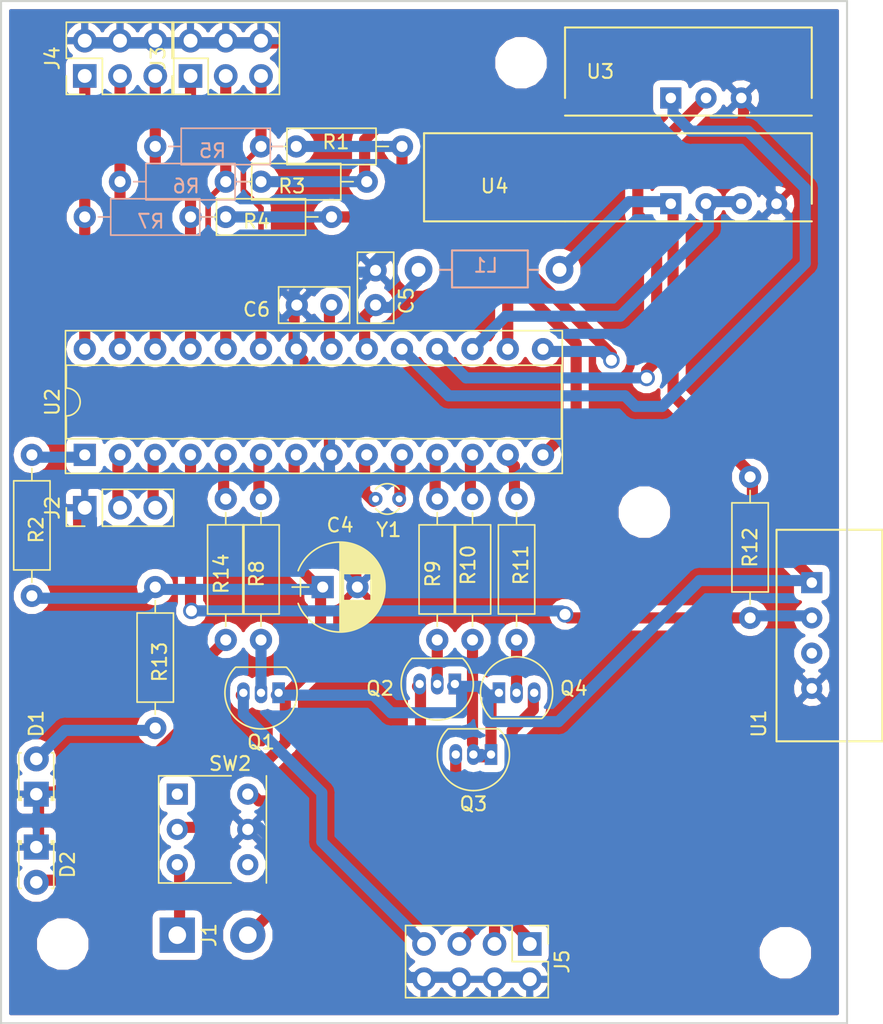
<source format=kicad_pcb>
(kicad_pcb (version 20171130) (host pcbnew 5.0.0-rc3-unknown-101b68b~65~ubuntu16.04.1)
  (layers (0 F.Cu signal) (31 B.Cu signal) (34 B.Paste user hide) (35 F.Paste user hide) (36 B.SilkS user) (37 F.SilkS user) (38 B.Mask user) (39 F.Mask user) (44 Edge.Cuts user))
  (net 0 "")
  (net 1 +5V)
  (net 2 GND)
  (net 3 "Net-(C5-Pad1)")
  (net 4 "Net-(C6-Pad1)")
  (net 5 "Net-(D1-Pad2)")
  (net 6 "Net-(D2-Pad2)")
  (net 7 "Net-(J1-Pad1)")
  (net 8 "Net-(J1-Pad2)")
  (net 9 /RX)
  (net 10 /TX)
  (net 11 /M1_1)
  (net 12 /M1_2)
  (net 13 /M1_3)
  (net 14 /M2_1)
  (net 15 /M2_2)
  (net 16 /M2_3)
  (net 17 "Net-(J5-Pad1)")
  (net 18 "Net-(J5-Pad3)")
  (net 19 "Net-(J5-Pad5)")
  (net 20 "Net-(J5-Pad7)")
  (net 21 "Net-(Q1-Pad2)")
  (net 22 "Net-(Q2-Pad2)")
  (net 23 "Net-(Q3-Pad2)")
  (net 24 "Net-(Q4-Pad2)")
  (net 25 /M1EN)
  (net 26 "Net-(R2-Pad2)")
  (net 27 /M2EN)
  (net 28 /M3EN)
  (net 29 /D1)
  (net 30 /D2)
  (net 31 /D3)
  (net 32 /D4)
  (net 33 /DHT)
  (net 34 /STATUS)
  (net 35 "Net-(SW2-Pad1)")
  (net 36 "Net-(SW2-Pad4)")
  (net 37 "Net-(U1-Pad3)")
  (net 38 /R_RX)
  (net 39 /R_TX)
  (net 40 /R_TX_EN)
  (net 41 "Net-(U2-Pad9)")
  (net 42 "Net-(U2-Pad10)")
  (module custom:DHT22 (layer F.Cu) (at 174.46 104.29 270)
    (fp_text reference U1 (at 10.16 3.81 270) (layer F.SilkS))
    (fp_text value DHT22)
    (pad 1 thru_hole rect (at 0 0 270) (size 1.524 1.524) (drill 0.762) (layers *.Cu *.Mask) (net 1 +5V))
    (pad 2 thru_hole circle (at 2.54 0 270) (size 1.524 1.524) (drill 0.762) (layers *.Cu *.Mask) (net 33 /DHT))
    (pad 3 thru_hole circle (at 5.08 0 270) (size 1.524 1.524) (drill 0.762) (layers *.Cu *.Mask) (net 37 "Net-(U1-Pad3)"))
    (pad 4 thru_hole circle (at 7.62 0 270) (size 1.524 1.524) (drill 0.762) (layers *.Cu *.Mask) (net 2 GND))
  )
  (module Resistors_THT:R_Axial_DIN0207_L6.3mm_D2.5mm_P10.16mm_Horizontal (layer F.Cu) (at 170.015 96.67 270)
    (fp_text reference R12 (at 5.08 0 270) (layer F.SilkS))
    (fp_text value 5,1k)
    (pad 1 thru_hole circle (at 0 0 270) (size 1.6 1.6) (drill 0.8) (layers *.Cu *.Mask) (net 1 +5V))
    (pad 2 thru_hole oval (at 10.16 0 270) (size 1.6 1.6) (drill 0.8) (layers *.Cu *.Mask) (net 33 /DHT))
  )
  (module TO_SOT_Packages_THT:TO-92_Inline_Narrow_Oval (layer F.Cu) (at 151.9175 112.2275)
    (fp_text reference Q4 (at 5.3975 -0.3175) (layer F.SilkS))
    (fp_text value BC547B)
    (pad 2 thru_hole oval (at 1.27 0 180) (size 0.9 1.5) (drill 0.6) (layers *.Cu *.Mask) (net 24 "Net-(Q4-Pad2)"))
    (pad 3 thru_hole oval (at 2.54 0 180) (size 0.9 1.5) (drill 0.6) (layers *.Cu *.Mask) (net 17 "Net-(J5-Pad1)"))
    (pad 1 thru_hole rect (at 0 0 180) (size 0.9 1.5) (drill 0.6) (layers *.Cu *.Mask) (net 1 +5V))
  )
  (module Mounting_Holes:MountingHole_2.7mm (layer F.Cu) (at 120.485 130.325)
    (fp_text reference REF** hide)
    (fp_text value MountingHole_3.5mm hide)
    (pad 1 np_thru_hole circle (at 0 0) (size 2.7 2.7) (drill 2.7) (layers *.Cu *.Mask))
  )
  (module Mounting_Holes:MountingHole_2.7mm (layer F.Cu) (at 162.395 99.21)
    (fp_text reference REF** hide)
    (fp_text value MountingHole_3.5mm hide)
    (pad 1 np_thru_hole circle (at 0 0) (size 2.7 2.7) (drill 2.7) (layers *.Cu *.Mask))
  )
  (module Mounting_Holes:MountingHole_2.7mm (layer F.Cu) (at 172.555 130.96)
    (fp_text reference REF** hide)
    (fp_text value MountingHole_3.5mm hide)
    (pad 1 np_thru_hole circle (at 0 0) (size 2.7 2.7) (drill 2.7) (layers *.Cu *.Mask))
  )
  (module Mounting_Holes:MountingHole_2.7mm (layer F.Cu) (at 153.505 66.825)
    (fp_text reference REF** hide)
    (fp_text value MountingHole_3.5mm hide)
    (pad 1 np_thru_hole circle (at 0 0) (size 2.7 2.7) (drill 2.7) (layers *.Cu *.Mask))
  )
  (module Capacitors_THT:CP_Radial_D6.3mm_P2.50mm (layer F.Cu) (at 139.2175 104.6075)
    (fp_text reference C4 (at 1.25 -4.46) (layer F.SilkS))
    (fp_text value 100uF)
    (pad 1 thru_hole rect (at 0 0) (size 1.6 1.6) (drill 0.8) (layers *.Cu *.Mask) (net 1 +5V))
    (pad 2 thru_hole circle (at 2.5 0) (size 1.6 1.6) (drill 0.8) (layers *.Cu *.Mask) (net 2 GND))
  )
  (module Capacitors_THT:C_Disc_D5.0mm_W2.5mm_P2.50mm (layer F.Cu) (at 143.0275 84.2875 90)
    (fp_text reference C5 (at 0.3175 2.2225 90) (layer F.SilkS))
    (fp_text value 100nF)
    (pad 1 thru_hole circle (at 0 0 90) (size 1.6 1.6) (drill 0.8) (layers *.Cu *.Mask) (net 3 "Net-(C5-Pad1)"))
    (pad 2 thru_hole circle (at 2.5 0 90) (size 1.6 1.6) (drill 0.8) (layers *.Cu *.Mask) (net 2 GND))
  )
  (module Capacitors_THT:C_Disc_D5.0mm_W2.5mm_P2.50mm (layer F.Cu) (at 139.8525 84.2875 180)
    (fp_text reference C6 (at 5.3975 -0.3175 180) (layer F.SilkS))
    (fp_text value 100nF)
    (pad 1 thru_hole circle (at 0 0 180) (size 1.6 1.6) (drill 0.8) (layers *.Cu *.Mask) (net 4 "Net-(C6-Pad1)"))
    (pad 2 thru_hole circle (at 2.5 0 180) (size 1.6 1.6) (drill 0.8) (layers *.Cu *.Mask) (net 2 GND))
  )
  (module LEDs:LED_D1.8mm_W3.3mm_H2.4mm (layer F.Cu) (at 118.58 119.53 90)
    (fp_text reference D1 (at 5.08 0 90) (layer F.SilkS))
    (fp_text value LED)
    (pad 1 thru_hole rect (at 0 0 90) (size 1.8 1.8) (drill 0.9) (layers *.Cu *.Mask) (net 2 GND))
    (pad 2 thru_hole circle (at 2.54 0 90) (size 1.8 1.8) (drill 0.9) (layers *.Cu *.Mask) (net 5 "Net-(D1-Pad2)"))
  )
  (module LEDs:LED_D1.8mm_W3.3mm_H2.4mm (layer F.Cu) (at 118.58 123.34 270)
    (fp_text reference D2 (at 1.27 -2.26 270) (layer F.SilkS))
    (fp_text value LED)
    (pad 1 thru_hole rect (at 0 0 270) (size 1.8 1.8) (drill 0.9) (layers *.Cu *.Mask) (net 2 GND))
    (pad 2 thru_hole circle (at 2.54 0 270) (size 1.8 1.8) (drill 0.9) (layers *.Cu *.Mask) (net 6 "Net-(D2-Pad2)"))
  )
  (module Pin_Headers:Pin_Header_Straight_2x03_Pitch2.54mm (layer F.Cu) (at 129.6925 67.7775 90)
    (fp_text reference J3 (at 1.27 -2.33 90) (layer F.SilkS))
    (fp_text value CONN_02X03)
    (pad 1 thru_hole rect (at 0 0 90) (size 1.7 1.7) (drill 1) (layers *.Cu *.Mask) (net 13 /M1_3))
    (pad 2 thru_hole oval (at 2.54 0 90) (size 1.7 1.7) (drill 1) (layers *.Cu *.Mask) (net 2 GND))
    (pad 3 thru_hole oval (at 0 2.54 90) (size 1.7 1.7) (drill 1) (layers *.Cu *.Mask) (net 12 /M1_2))
    (pad 4 thru_hole oval (at 2.54 2.54 90) (size 1.7 1.7) (drill 1) (layers *.Cu *.Mask) (net 2 GND))
    (pad 5 thru_hole oval (at 0 5.08 90) (size 1.7 1.7) (drill 1) (layers *.Cu *.Mask) (net 11 /M1_1))
    (pad 6 thru_hole oval (at 2.54 5.08 90) (size 1.7 1.7) (drill 1) (layers *.Cu *.Mask) (net 2 GND))
  )
  (module Pin_Headers:Pin_Header_Straight_2x03_Pitch2.54mm (layer F.Cu) (at 122.0725 67.7775 90)
    (fp_text reference J4 (at 1.27 -2.33 90) (layer F.SilkS))
    (fp_text value CONN_02X03)
    (pad 1 thru_hole rect (at 0 0 90) (size 1.7 1.7) (drill 1) (layers *.Cu *.Mask) (net 16 /M2_3))
    (pad 2 thru_hole oval (at 2.54 0 90) (size 1.7 1.7) (drill 1) (layers *.Cu *.Mask) (net 2 GND))
    (pad 3 thru_hole oval (at 0 2.54 90) (size 1.7 1.7) (drill 1) (layers *.Cu *.Mask) (net 15 /M2_2))
    (pad 4 thru_hole oval (at 2.54 2.54 90) (size 1.7 1.7) (drill 1) (layers *.Cu *.Mask) (net 2 GND))
    (pad 5 thru_hole oval (at 0 5.08 90) (size 1.7 1.7) (drill 1) (layers *.Cu *.Mask) (net 14 /M2_1))
    (pad 6 thru_hole oval (at 2.54 5.08 90) (size 1.7 1.7) (drill 1) (layers *.Cu *.Mask) (net 2 GND))
  )
  (module Choke_Axial_ThroughHole:Choke_Horizontal_RM10mm (layer B.Cu) (at 151.2825 81.7475 180)
    (fp_text reference L1 (at 0.3175 0.3175 180) (layer B.SilkS) (effects (justify mirror)))
    (fp_text value 10uH)
    (pad 1 thru_hole circle (at -5.00126 0 180) (size 1.99898 1.99898) (drill 1.00076) (layers *.Cu *.Mask) (net 1 +5V))
    (pad 2 thru_hole circle (at 5.15874 0 180) (size 1.99898 1.99898) (drill 1.00076) (layers *.Cu *.Mask) (net 3 "Net-(C5-Pad1)"))
  )
  (module TO_SOT_Packages_THT:TO-92_Inline_Narrow_Oval (layer F.Cu) (at 136.0425 112.2275 180)
    (fp_text reference Q1 (at 1.27 -3.56 180) (layer F.SilkS))
    (fp_text value BC547B)
    (pad 2 thru_hole oval (at 1.27 0) (size 0.9 1.5) (drill 0.6) (layers *.Cu *.Mask) (net 21 "Net-(Q1-Pad2)"))
    (pad 3 thru_hole oval (at 2.54 0) (size 0.9 1.5) (drill 0.6) (layers *.Cu *.Mask) (net 20 "Net-(J5-Pad7)"))
    (pad 1 thru_hole rect (at 0 0) (size 0.9 1.5) (drill 0.6) (layers *.Cu *.Mask) (net 1 +5V))
  )
  (module TO_SOT_Packages_THT:TO-92_Inline_Narrow_Oval (layer F.Cu) (at 148.7425 111.5925 180)
    (fp_text reference Q2 (at 5.3975 -0.3175 180) (layer F.SilkS))
    (fp_text value BC547B)
    (pad 2 thru_hole oval (at 1.27 0) (size 0.9 1.5) (drill 0.6) (layers *.Cu *.Mask) (net 22 "Net-(Q2-Pad2)"))
    (pad 3 thru_hole oval (at 2.54 0) (size 0.9 1.5) (drill 0.6) (layers *.Cu *.Mask) (net 19 "Net-(J5-Pad5)"))
    (pad 1 thru_hole rect (at 0 0) (size 0.9 1.5) (drill 0.6) (layers *.Cu *.Mask) (net 1 +5V))
  )
  (module TO_SOT_Packages_THT:TO-92_Inline_Narrow_Oval (layer F.Cu) (at 151.346 116.6725 180)
    (fp_text reference Q3 (at 1.27 -3.56 180) (layer F.SilkS))
    (fp_text value BC547B)
    (pad 2 thru_hole oval (at 1.27 0) (size 0.9 1.5) (drill 0.6) (layers *.Cu *.Mask) (net 23 "Net-(Q3-Pad2)"))
    (pad 3 thru_hole oval (at 2.54 0) (size 0.9 1.5) (drill 0.6) (layers *.Cu *.Mask) (net 18 "Net-(J5-Pad3)"))
    (pad 1 thru_hole rect (at 0 0) (size 0.9 1.5) (drill 0.6) (layers *.Cu *.Mask) (net 1 +5V))
  )
  (module Resistors_THT:R_Axial_DIN0207_L6.3mm_D2.5mm_P10.16mm_Horizontal (layer F.Cu) (at 134.7725 72.8575)
    (fp_text reference R1 (at 5.3975 -0.3175) (layer F.SilkS))
    (fp_text value 10k)
    (pad 1 thru_hole circle (at 0 0) (size 1.6 1.6) (drill 0.8) (layers *.Cu *.Mask) (net 11 /M1_1))
    (pad 2 thru_hole oval (at 10.16 0) (size 1.6 1.6) (drill 0.8) (layers *.Cu *.Mask) (net 25 /M1EN))
  )
  (module Resistors_THT:R_Axial_DIN0207_L6.3mm_D2.5mm_P10.16mm_Horizontal (layer F.Cu) (at 118.2625 105.2425 90)
    (fp_text reference R2 (at 4.7625 0.3175 90) (layer F.SilkS))
    (fp_text value 10k)
    (pad 1 thru_hole circle (at 0 0 90) (size 1.6 1.6) (drill 0.8) (layers *.Cu *.Mask) (net 1 +5V))
    (pad 2 thru_hole oval (at 10.16 0 90) (size 1.6 1.6) (drill 0.8) (layers *.Cu *.Mask) (net 26 "Net-(R2-Pad2)"))
  )
  (module Resistors_THT:R_Axial_DIN0207_L6.3mm_D2.5mm_P10.16mm_Horizontal (layer F.Cu) (at 132.2325 75.3975)
    (fp_text reference R3 (at 4.7625 0.3175) (layer F.SilkS))
    (fp_text value 10k)
    (pad 1 thru_hole circle (at 0 0) (size 1.6 1.6) (drill 0.8) (layers *.Cu *.Mask) (net 12 /M1_2))
    (pad 2 thru_hole oval (at 10.16 0) (size 1.6 1.6) (drill 0.8) (layers *.Cu *.Mask) (net 27 /M2EN))
  )
  (module Resistors_THT:R_Axial_DIN0207_L6.3mm_D2.5mm_P10.16mm_Horizontal (layer F.Cu) (at 129.6925 77.9375)
    (fp_text reference R4 (at 4.7625 0.3175) (layer F.SilkS))
    (fp_text value 10k)
    (pad 1 thru_hole circle (at 0 0) (size 1.6 1.6) (drill 0.8) (layers *.Cu *.Mask) (net 13 /M1_3))
    (pad 2 thru_hole oval (at 10.16 0) (size 1.6 1.6) (drill 0.8) (layers *.Cu *.Mask) (net 28 /M3EN))
  )
  (module Resistors_THT:R_Axial_DIN0207_L6.3mm_D2.5mm_P10.16mm_Horizontal (layer B.Cu) (at 127.1525 72.8575)
    (fp_text reference R5 (at 4.1275 0.3175) (layer B.SilkS) (effects (justify mirror)))
    (fp_text value 10k)
    (pad 1 thru_hole circle (at 0 0) (size 1.6 1.6) (drill 0.8) (layers *.Cu *.Mask) (net 14 /M2_1))
    (pad 2 thru_hole oval (at 10.16 0) (size 1.6 1.6) (drill 0.8) (layers *.Cu *.Mask) (net 25 /M1EN))
  )
  (module Resistors_THT:R_Axial_DIN0207_L6.3mm_D2.5mm_P10.16mm_Horizontal (layer B.Cu) (at 124.6125 75.3975)
    (fp_text reference R6 (at 4.7625 0.3175) (layer B.SilkS) (effects (justify mirror)))
    (fp_text value 10k)
    (pad 1 thru_hole circle (at 0 0) (size 1.6 1.6) (drill 0.8) (layers *.Cu *.Mask) (net 15 /M2_2))
    (pad 2 thru_hole oval (at 10.16 0) (size 1.6 1.6) (drill 0.8) (layers *.Cu *.Mask) (net 27 /M2EN))
  )
  (module Resistors_THT:R_Axial_DIN0207_L6.3mm_D2.5mm_P10.16mm_Horizontal (layer B.Cu) (at 122.0725 77.9375)
    (fp_text reference R7 (at 4.7625 0.3175) (layer B.SilkS) (effects (justify mirror)))
    (fp_text value 10k)
    (pad 1 thru_hole circle (at 0 0) (size 1.6 1.6) (drill 0.8) (layers *.Cu *.Mask) (net 16 /M2_3))
    (pad 2 thru_hole oval (at 10.16 0) (size 1.6 1.6) (drill 0.8) (layers *.Cu *.Mask) (net 28 /M3EN))
  )
  (module Resistors_THT:R_Axial_DIN0207_L6.3mm_D2.5mm_P10.16mm_Horizontal (layer F.Cu) (at 134.7725 108.4175 90)
    (fp_text reference R8 (at 4.7625 -0.3175 90) (layer F.SilkS))
    (fp_text value 1k)
    (pad 1 thru_hole circle (at 0 0 90) (size 1.6 1.6) (drill 0.8) (layers *.Cu *.Mask) (net 21 "Net-(Q1-Pad2)"))
    (pad 2 thru_hole oval (at 10.16 0 90) (size 1.6 1.6) (drill 0.8) (layers *.Cu *.Mask) (net 29 /D1))
  )
  (module Resistors_THT:R_Axial_DIN0207_L6.3mm_D2.5mm_P10.16mm_Horizontal (layer F.Cu) (at 147.4725 108.4175 90)
    (fp_text reference R9 (at 4.7625 -0.3175 90) (layer F.SilkS))
    (fp_text value 1k)
    (pad 1 thru_hole circle (at 0 0 90) (size 1.6 1.6) (drill 0.8) (layers *.Cu *.Mask) (net 22 "Net-(Q2-Pad2)"))
    (pad 2 thru_hole oval (at 10.16 0 90) (size 1.6 1.6) (drill 0.8) (layers *.Cu *.Mask) (net 30 /D2))
  )
  (module Resistors_THT:R_Axial_DIN0207_L6.3mm_D2.5mm_P10.16mm_Horizontal (layer F.Cu) (at 150.0125 108.4175 90)
    (fp_text reference R10 (at 5.3975 -0.3175 90) (layer F.SilkS))
    (fp_text value 1k)
    (pad 1 thru_hole circle (at 0 0 90) (size 1.6 1.6) (drill 0.8) (layers *.Cu *.Mask) (net 23 "Net-(Q3-Pad2)"))
    (pad 2 thru_hole oval (at 10.16 0 90) (size 1.6 1.6) (drill 0.8) (layers *.Cu *.Mask) (net 31 /D3))
  )
  (module Resistors_THT:R_Axial_DIN0207_L6.3mm_D2.5mm_P10.16mm_Horizontal (layer F.Cu) (at 153.1875 108.4175 90)
    (fp_text reference R11 (at 5.3975 0.3175 90) (layer F.SilkS))
    (fp_text value 1k)
    (pad 1 thru_hole circle (at 0 0 90) (size 1.6 1.6) (drill 0.8) (layers *.Cu *.Mask) (net 24 "Net-(Q4-Pad2)"))
    (pad 2 thru_hole oval (at 10.16 0 90) (size 1.6 1.6) (drill 0.8) (layers *.Cu *.Mask) (net 32 /D4))
  )
  (module Resistors_THT:R_Axial_DIN0207_L6.3mm_D2.5mm_P10.16mm_Horizontal (layer F.Cu) (at 127.1525 114.7675 90)
    (fp_text reference R13 (at 4.7625 0.3175 90) (layer F.SilkS))
    (fp_text value 1k)
    (pad 1 thru_hole circle (at 0 0 90) (size 1.6 1.6) (drill 0.8) (layers *.Cu *.Mask) (net 5 "Net-(D1-Pad2)"))
    (pad 2 thru_hole oval (at 10.16 0 90) (size 1.6 1.6) (drill 0.8) (layers *.Cu *.Mask) (net 1 +5V))
  )
  (module Resistors_THT:R_Axial_DIN0207_L6.3mm_D2.5mm_P10.16mm_Horizontal (layer F.Cu) (at 132.2325 108.4175 90)
    (fp_text reference R14 (at 4.7625 -0.3175 90) (layer F.SilkS))
    (fp_text value 1k)
    (pad 1 thru_hole circle (at 0 0 90) (size 1.6 1.6) (drill 0.8) (layers *.Cu *.Mask) (net 6 "Net-(D2-Pad2)"))
    (pad 2 thru_hole oval (at 10.16 0 90) (size 1.6 1.6) (drill 0.8) (layers *.Cu *.Mask) (net 34 /STATUS))
  )
  (module Housings_DIP:DIP-28_W7.62mm_Socket (layer F.Cu) (at 122.0725 95.0825 90)
    (fp_text reference U2 (at 3.81 -2.33 90) (layer F.SilkS))
    (fp_text value ATMEGA88PA-PU)
    (pad 1 thru_hole rect (at 0 0 90) (size 1.6 1.6) (drill 0.8) (layers *.Cu *.Mask) (net 26 "Net-(R2-Pad2)"))
    (pad 15 thru_hole oval (at 7.62 33.02 90) (size 1.6 1.6) (drill 0.8) (layers *.Cu *.Mask) (net 27 /M2EN))
    (pad 2 thru_hole oval (at 0 2.54 90) (size 1.6 1.6) (drill 0.8) (layers *.Cu *.Mask) (net 9 /RX))
    (pad 16 thru_hole oval (at 7.62 30.48 90) (size 1.6 1.6) (drill 0.8) (layers *.Cu *.Mask) (net 28 /M3EN))
    (pad 3 thru_hole oval (at 0 5.08 90) (size 1.6 1.6) (drill 0.8) (layers *.Cu *.Mask) (net 10 /TX))
    (pad 17 thru_hole oval (at 7.62 27.94 90) (size 1.6 1.6) (drill 0.8) (layers *.Cu *.Mask) (net 38 /R_RX))
    (pad 4 thru_hole oval (at 0 7.62 90) (size 1.6 1.6) (drill 0.8) (layers *.Cu *.Mask) (net 33 /DHT))
    (pad 18 thru_hole oval (at 7.62 25.4 90) (size 1.6 1.6) (drill 0.8) (layers *.Cu *.Mask) (net 39 /R_TX))
    (pad 5 thru_hole oval (at 0 10.16 90) (size 1.6 1.6) (drill 0.8) (layers *.Cu *.Mask) (net 34 /STATUS))
    (pad 19 thru_hole oval (at 7.62 22.86 90) (size 1.6 1.6) (drill 0.8) (layers *.Cu *.Mask) (net 40 /R_TX_EN))
    (pad 6 thru_hole oval (at 0 12.7 90) (size 1.6 1.6) (drill 0.8) (layers *.Cu *.Mask) (net 29 /D1))
    (pad 20 thru_hole oval (at 7.62 20.32 90) (size 1.6 1.6) (drill 0.8) (layers *.Cu *.Mask) (net 3 "Net-(C5-Pad1)"))
    (pad 7 thru_hole oval (at 0 15.24 90) (size 1.6 1.6) (drill 0.8) (layers *.Cu *.Mask) (net 1 +5V))
    (pad 21 thru_hole oval (at 7.62 17.78 90) (size 1.6 1.6) (drill 0.8) (layers *.Cu *.Mask) (net 4 "Net-(C6-Pad1)"))
    (pad 8 thru_hole oval (at 0 17.78 90) (size 1.6 1.6) (drill 0.8) (layers *.Cu *.Mask) (net 2 GND))
    (pad 22 thru_hole oval (at 7.62 15.24 90) (size 1.6 1.6) (drill 0.8) (layers *.Cu *.Mask) (net 2 GND))
    (pad 9 thru_hole oval (at 0 20.32 90) (size 1.6 1.6) (drill 0.8) (layers *.Cu *.Mask) (net 41 "Net-(U2-Pad9)"))
    (pad 23 thru_hole oval (at 7.62 12.7 90) (size 1.6 1.6) (drill 0.8) (layers *.Cu *.Mask) (net 11 /M1_1))
    (pad 10 thru_hole oval (at 0 22.86 90) (size 1.6 1.6) (drill 0.8) (layers *.Cu *.Mask) (net 42 "Net-(U2-Pad10)"))
    (pad 24 thru_hole oval (at 7.62 10.16 90) (size 1.6 1.6) (drill 0.8) (layers *.Cu *.Mask) (net 12 /M1_2))
    (pad 11 thru_hole oval (at 0 25.4 90) (size 1.6 1.6) (drill 0.8) (layers *.Cu *.Mask) (net 30 /D2))
    (pad 25 thru_hole oval (at 7.62 7.62 90) (size 1.6 1.6) (drill 0.8) (layers *.Cu *.Mask) (net 13 /M1_3))
    (pad 12 thru_hole oval (at 0 27.94 90) (size 1.6 1.6) (drill 0.8) (layers *.Cu *.Mask) (net 31 /D3))
    (pad 26 thru_hole oval (at 7.62 5.08 90) (size 1.6 1.6) (drill 0.8) (layers *.Cu *.Mask) (net 14 /M2_1))
    (pad 13 thru_hole oval (at 0 30.48 90) (size 1.6 1.6) (drill 0.8) (layers *.Cu *.Mask) (net 32 /D4))
    (pad 27 thru_hole oval (at 7.62 2.54 90) (size 1.6 1.6) (drill 0.8) (layers *.Cu *.Mask) (net 15 /M2_2))
    (pad 14 thru_hole oval (at 0 33.02 90) (size 1.6 1.6) (drill 0.8) (layers *.Cu *.Mask) (net 25 /M1EN))
    (pad 28 thru_hole oval (at 7.62 0 90) (size 1.6 1.6) (drill 0.8) (layers *.Cu *.Mask) (net 16 /M2_3))
  )
  (module custom:Radio-TX (layer F.Cu) (at 164.3 69.365)
    (fp_text reference U3 (at -5.08 -1.905) (layer F.SilkS))
    (fp_text value Radio-TX)
    (pad 1 thru_hole rect (at 0 0) (size 1.524 1.524) (drill 0.762) (layers *.Cu *.Mask) (net 40 /R_TX_EN))
    (pad 2 thru_hole circle (at 2.54 0) (size 1.524 1.524) (drill 0.762) (layers *.Cu *.Mask) (net 39 /R_TX))
    (pad 3 thru_hole circle (at 5.08 0) (size 1.524 1.524) (drill 0.762) (layers *.Cu *.Mask) (net 2 GND))
  )
  (module custom:Radio-RX (layer F.Cu) (at 164.3 76.985)
    (fp_text reference U4 (at -12.7 -1.27) (layer F.SilkS))
    (fp_text value Radio-RX)
    (pad 1 thru_hole rect (at 0 0) (size 1.524 1.524) (drill 0.762) (layers *.Cu *.Mask) (net 1 +5V))
    (pad 2 thru_hole circle (at 2.54 0) (size 1.524 1.524) (drill 0.762) (layers *.Cu *.Mask) (net 38 /R_RX))
    (pad 3 thru_hole circle (at 5.08 0) (size 1.524 1.524) (drill 0.762) (layers *.Cu *.Mask) (net 38 /R_RX))
    (pad 4 thru_hole circle (at 7.62 0) (size 1.524 1.524) (drill 0.762) (layers *.Cu *.Mask) (net 2 GND))
  )
  (module Crystals:Crystal_DS15_d1.5mm_l5.0mm_Vertical (layer F.Cu) (at 143.0275 98.2575)
    (fp_text reference Y1 (at 0.9525 2.2225) (layer F.SilkS))
    (fp_text value 16384)
    (pad 1 thru_hole circle (at 0 0) (size 1 1) (drill 0.5) (layers *.Cu *.Mask) (net 41 "Net-(U2-Pad9)"))
    (pad 2 thru_hole circle (at 1.7 0) (size 1 1) (drill 0.5) (layers *.Cu *.Mask) (net 42 "Net-(U2-Pad10)"))
  )
  (module Socket_Strips:Socket_Strip_Straight_1x03_Pitch2.54mm (layer F.Cu) (at 122.0725 98.8925 90)
    (fp_text reference J2 (at 0 -2.33 90) (layer F.SilkS))
    (fp_text value Conn_01x03_Female)
    (pad 1 thru_hole rect (at 0 0 90) (size 1.7 1.7) (drill 1) (layers *.Cu *.Mask) (net 2 GND))
    (pad 2 thru_hole oval (at 0 2.54 90) (size 1.7 1.7) (drill 1) (layers *.Cu *.Mask) (net 9 /RX))
    (pad 3 thru_hole oval (at 0 5.08 90) (size 1.7 1.7) (drill 1) (layers *.Cu *.Mask) (net 10 /TX))
  )
  (module Pin_Headers:Pin_Header_Straight_2x04_Pitch2.54mm (layer F.Cu) (at 154.14 130.325 270)
    (fp_text reference J5 (at 1.27 -2.33 270) (layer F.SilkS))
    (fp_text value Conn_02x04_Odd_Even)
    (pad 1 thru_hole rect (at 0 0 270) (size 1.7 1.7) (drill 1) (layers *.Cu *.Mask) (net 17 "Net-(J5-Pad1)"))
    (pad 2 thru_hole oval (at 2.54 0 270) (size 1.7 1.7) (drill 1) (layers *.Cu *.Mask) (net 2 GND))
    (pad 3 thru_hole oval (at 0 2.54 270) (size 1.7 1.7) (drill 1) (layers *.Cu *.Mask) (net 18 "Net-(J5-Pad3)"))
    (pad 4 thru_hole oval (at 2.54 2.54 270) (size 1.7 1.7) (drill 1) (layers *.Cu *.Mask) (net 2 GND))
    (pad 5 thru_hole oval (at 0 5.08 270) (size 1.7 1.7) (drill 1) (layers *.Cu *.Mask) (net 19 "Net-(J5-Pad5)"))
    (pad 6 thru_hole oval (at 2.54 5.08 270) (size 1.7 1.7) (drill 1) (layers *.Cu *.Mask) (net 2 GND))
    (pad 7 thru_hole oval (at 0 7.62 270) (size 1.7 1.7) (drill 1) (layers *.Cu *.Mask) (net 20 "Net-(J5-Pad7)"))
    (pad 8 thru_hole oval (at 2.54 7.62 270) (size 1.7 1.7) (drill 1) (layers *.Cu *.Mask) (net 2 GND))
  )
  (module custom:SW_small (layer F.Cu) (at 128.74 119.53)
    (fp_text reference SW2 (at 3.81 -2.2) (layer F.SilkS))
    (fp_text value SW_DPDT_x2)
    (pad 1 thru_hole rect (at 0 0) (size 1.524 1.524) (drill 0.8128) (layers *.Cu *.Mask) (net 35 "Net-(SW2-Pad1)"))
    (pad 2 thru_hole circle (at 0 2.54) (size 1.524 1.524) (drill 0.8128) (layers *.Cu *.Mask) (net 1 +5V))
    (pad 3 thru_hole circle (at 0 5.08) (size 1.524 1.524) (drill 0.8128) (layers *.Cu *.Mask) (net 7 "Net-(J1-Pad1)"))
    (pad 4 thru_hole circle (at 5.08 5.08) (size 1.524 1.524) (drill 0.8128) (layers *.Cu *.Mask) (net 36 "Net-(SW2-Pad4)"))
    (pad 5 thru_hole circle (at 5.08 2.54) (size 1.524 1.524) (drill 0.8128) (layers *.Cu *.Mask) (net 2 GND))
    (pad 6 thru_hole circle (at 5.08 0) (size 1.524 1.524) (drill 0.8128) (layers *.Cu *.Mask) (net 8 "Net-(J1-Pad2)"))
  )
  (module custom:conn_power_2x01 (layer F.Cu) (at 128.74 129.69)
    (fp_text reference J1 (at 2.29616 -0.00762 90) (layer F.SilkS))
    (fp_text value Conn_02x01)
    (pad 1 thru_hole rect (at 0 0) (size 2.54 2.54) (drill 1.27) (layers *.Cu *.Mask) (net 7 "Net-(J1-Pad1)"))
    (pad 2 thru_hole circle (at 5.08 0) (size 2.54 2.54) (drill 1.27) (layers *.Cu *.Mask) (net 8 "Net-(J1-Pad2)"))
  )
  (gr_line (start 177 62.38) (end 116.04 62.38) (angle 90) (layer Edge.Cuts) (width 0.15))
  (gr_line (start 177 136.04) (end 177 62.38) (angle 90) (layer Edge.Cuts) (width 0.15))
  (gr_line (start 116.04 136.04) (end 177 136.04) (angle 90) (layer Edge.Cuts) (width 0.15))
  (gr_line (start 116.04 62.38) (end 116.04 136.04) (angle 90) (layer Edge.Cuts) (width 0.15))
  (segment (start 151.9175 112.2275) (end 151.765 112.395) (width 0.8) (layer B.Cu) (net 1))
  (segment (start 151.765 112.395) (end 151.13 112.395) (width 0.8) (layer B.Cu) (net 1))
  (segment (start 151.13 112.395) (end 151.13 114.3) (width 0.8) (layer B.Cu) (net 1))
  (segment (start 151.13 114.3) (end 156.21 114.3) (width 0.8) (layer B.Cu) (net 1))
  (segment (start 156.21 114.3) (end 166.37 104.14) (width 0.8) (layer B.Cu) (net 1))
  (segment (start 166.37 104.14) (end 174.625 104.14) (width 0.8) (layer B.Cu) (net 1))
  (segment (start 174.625 104.14) (end 174.46 104.29) (width 0.8) (layer B.Cu) (net 1))
  (segment (start 136.0425 112.2275) (end 135.89 112.395) (width 0.8) (layer F.Cu) (net 1))
  (segment (start 135.89 112.395) (end 136.525 112.395) (width 0.8) (layer F.Cu) (net 1))
  (segment (start 170.015 96.67) (end 170.18 96.52) (width 0.8) (layer F.Cu) (net 1))
  (segment (start 170.18 96.52) (end 164.465 90.805) (width 0.8) (layer F.Cu) (net 1))
  (segment (start 164.465 90.805) (end 164.465 76.835) (width 0.8) (layer F.Cu) (net 1))
  (segment (start 164.465 76.835) (end 164.3 76.985) (width 0.8) (layer F.Cu) (net 1))
  (segment (start 174.46 104.29) (end 174.625 104.14) (width 0.8) (layer F.Cu) (net 1))
  (segment (start 174.625 104.14) (end 170.18 99.695) (width 0.8) (layer F.Cu) (net 1))
  (segment (start 170.18 99.695) (end 170.18 96.52) (width 0.8) (layer F.Cu) (net 1))
  (segment (start 170.18 96.52) (end 170.015 96.67) (width 0.8) (layer F.Cu) (net 1))
  (segment (start 127.1525 104.6075) (end 127 104.775) (width 0.8) (layer F.Cu) (net 1))
  (segment (start 136.0425 112.2275) (end 135.89 112.395) (width 0.8) (layer F.Cu) (net 1))
  (segment (start 135.89 112.395) (end 136.525 112.395) (width 0.8) (layer F.Cu) (net 1))
  (segment (start 136.0425 112.2275) (end 135.89 112.395) (width 0.8) (layer F.Cu) (net 1))
  (segment (start 135.89 112.395) (end 136.525 112.395) (width 0.8) (layer F.Cu) (net 1))
  (segment (start 156.28376 81.7475) (end 156.21 81.915) (width 0.8) (layer B.Cu) (net 1))
  (segment (start 156.21 81.915) (end 161.29 76.835) (width 0.8) (layer B.Cu) (net 1))
  (segment (start 161.29 76.835) (end 164.465 76.835) (width 0.8) (layer B.Cu) (net 1))
  (segment (start 164.465 76.835) (end 164.3 76.985) (width 0.8) (layer B.Cu) (net 1))
  (segment (start 150.495 116.84) (end 150.6475 116.6725) (width 0.8) (layer B.Cu) (net 1))
  (segment (start 136.0425 112.2275) (end 135.89 112.395) (width 0.8) (layer F.Cu) (net 1))
  (segment (start 135.89 112.395) (end 136.525 112.395) (width 0.8) (layer F.Cu) (net 1))
  (segment (start 136.525 112.395) (end 139.065 109.855) (width 0.8) (layer F.Cu) (net 1))
  (segment (start 139.065 109.855) (end 139.065 104.775) (width 0.8) (layer F.Cu) (net 1))
  (segment (start 139.065 104.775) (end 139.2175 104.6075) (width 0.8) (layer F.Cu) (net 1))
  (segment (start 139.2175 104.6075) (end 139.065 104.775) (width 0.8) (layer F.Cu) (net 1))
  (segment (start 139.065 104.775) (end 137.16 102.87) (width 0.8) (layer F.Cu) (net 1))
  (segment (start 137.16 102.87) (end 137.16 95.25) (width 0.8) (layer F.Cu) (net 1))
  (segment (start 137.16 95.25) (end 137.3125 95.0825) (width 0.8) (layer F.Cu) (net 1))
  (segment (start 148.7425 111.5925) (end 148.59 111.76) (width 0.8) (layer B.Cu) (net 1))
  (segment (start 148.59 111.76) (end 149.225 111.76) (width 0.8) (layer B.Cu) (net 1))
  (segment (start 149.225 111.76) (end 149.225 113.665) (width 0.8) (layer B.Cu) (net 1))
  (segment (start 149.225 113.665) (end 144.145 113.665) (width 0.8) (layer B.Cu) (net 1))
  (segment (start 144.145 113.665) (end 142.875 112.395) (width 0.8) (layer B.Cu) (net 1))
  (segment (start 142.875 112.395) (end 135.89 112.395) (width 0.8) (layer B.Cu) (net 1))
  (segment (start 135.89 112.395) (end 136.0425 112.2275) (width 0.8) (layer B.Cu) (net 1))
  (segment (start 139.2175 104.6075) (end 139.065 104.775) (width 0.8) (layer B.Cu) (net 1))
  (segment (start 139.065 104.775) (end 127 104.775) (width 0.8) (layer B.Cu) (net 1))
  (segment (start 127 104.775) (end 127.1525 104.6075) (width 0.8) (layer B.Cu) (net 1))
  (segment (start 127.1525 104.6075) (end 127 104.775) (width 0.8) (layer B.Cu) (net 1))
  (segment (start 127 104.775) (end 126.365 105.41) (width 0.8) (layer B.Cu) (net 1))
  (segment (start 126.365 105.41) (end 118.11 105.41) (width 0.8) (layer B.Cu) (net 1))
  (segment (start 118.11 105.41) (end 118.2625 105.2425) (width 0.8) (layer B.Cu) (net 1))
  (segment (start 150.6475 116.6725) (end 150.495 116.84) (width 0.8) (layer F.Cu) (net 1))
  (segment (start 150.495 116.84) (end 151.13 116.84) (width 0.8) (layer F.Cu) (net 1))
  (segment (start 151.9175 112.2275) (end 151.765 112.395) (width 0.8) (layer B.Cu) (net 1))
  (segment (start 151.765 112.395) (end 151.13 112.395) (width 0.8) (layer B.Cu) (net 1))
  (segment (start 151.13 112.395) (end 150.495 111.76) (width 0.8) (layer B.Cu) (net 1))
  (segment (start 150.495 111.76) (end 148.59 111.76) (width 0.8) (layer B.Cu) (net 1))
  (segment (start 148.59 111.76) (end 148.7425 111.5925) (width 0.8) (layer B.Cu) (net 1))
  (segment (start 128.905 121.92) (end 128.74 122.07) (width 0.8) (layer F.Cu) (net 1))
  (segment (start 136.525 115.809) (end 135.344 116.99) (width 0.8) (layer F.Cu) (net 1))
  (segment (start 135.344 116.99) (end 133.058 116.99) (width 0.8) (layer F.Cu) (net 1))
  (segment (start 136.525 112.395) (end 136.525 115.809) (width 0.8) (layer F.Cu) (net 1))
  (segment (start 133.058 116.99) (end 130.81 119.238) (width 0.8) (layer F.Cu) (net 1))
  (segment (start 130.81 119.238) (end 130.81 121.92) (width 0.8) (layer F.Cu) (net 1))
  (segment (start 130.81 121.92) (end 128.905 121.92) (width 0.8) (layer F.Cu) (net 1))
  (segment (start 151.346 112.799) (end 151.9175 112.2275) (width 0.8) (layer F.Cu) (net 1))
  (segment (start 151.346 116.6725) (end 151.346 112.799) (width 0.8) (layer F.Cu) (net 1))
  (segment (start 146.52 132.865) (end 146.685 132.715) (width 0.8) (layer B.Cu) (net 2))
  (segment (start 154.14 132.865) (end 154.305 132.715) (width 0.8) (layer B.Cu) (net 2))
  (segment (start 154.305 132.715) (end 151.765 132.715) (width 0.8) (layer B.Cu) (net 2))
  (segment (start 151.765 132.715) (end 151.6 132.865) (width 0.8) (layer B.Cu) (net 2))
  (segment (start 149.06 132.865) (end 149.225 132.715) (width 0.8) (layer B.Cu) (net 2))
  (segment (start 149.225 132.715) (end 146.685 132.715) (width 0.8) (layer B.Cu) (net 2))
  (segment (start 146.685 132.715) (end 146.52 132.865) (width 0.8) (layer B.Cu) (net 2))
  (segment (start 118.58 123.34) (end 118.745 123.19) (width 0.8) (layer B.Cu) (net 2))
  (segment (start 143.0275 81.7875) (end 142.875 81.915) (width 0.8) (layer B.Cu) (net 2))
  (segment (start 142.875 81.915) (end 142.875 81.28) (width 0.8) (layer B.Cu) (net 2))
  (segment (start 142.875 81.28) (end 149.86 74.295) (width 0.8) (layer B.Cu) (net 2))
  (segment (start 149.86 74.295) (end 170.18 74.295) (width 0.8) (layer B.Cu) (net 2))
  (segment (start 170.18 74.295) (end 171.45 75.565) (width 0.8) (layer B.Cu) (net 2))
  (segment (start 171.45 75.565) (end 171.45 76.2) (width 0.8) (layer B.Cu) (net 2))
  (segment (start 171.45 76.2) (end 172.085 76.835) (width 0.8) (layer B.Cu) (net 2))
  (segment (start 172.085 76.835) (end 171.92 76.985) (width 0.8) (layer B.Cu) (net 2))
  (segment (start 118.745 119.38) (end 118.58 119.53) (width 0.8) (layer F.Cu) (net 2))
  (segment (start 139.8525 95.0825) (end 139.7 95.25) (width 0.8) (layer B.Cu) (net 2))
  (segment (start 139.7 95.25) (end 139.7 97.79) (width 0.8) (layer B.Cu) (net 2))
  (segment (start 139.7 97.79) (end 136.525 100.965) (width 0.8) (layer B.Cu) (net 2))
  (segment (start 136.525 100.965) (end 122.555 100.965) (width 0.8) (layer B.Cu) (net 2))
  (segment (start 122.555 100.965) (end 122.555 99.695) (width 0.8) (layer B.Cu) (net 2))
  (segment (start 122.555 99.695) (end 121.92 99.06) (width 0.8) (layer B.Cu) (net 2))
  (segment (start 121.92 99.06) (end 122.0725 98.8925) (width 0.8) (layer B.Cu) (net 2))
  (segment (start 134.7725 65.2375) (end 134.62 65.405) (width 0.8) (layer F.Cu) (net 2))
  (segment (start 134.62 65.405) (end 137.16 65.405) (width 0.8) (layer F.Cu) (net 2))
  (segment (start 137.16 65.405) (end 139.7 67.945) (width 0.8) (layer F.Cu) (net 2))
  (segment (start 139.7 67.945) (end 139.7 74.93) (width 0.8) (layer F.Cu) (net 2))
  (segment (start 139.7 74.93) (end 138.43 74.93) (width 0.8) (layer F.Cu) (net 2))
  (segment (start 138.43 74.93) (end 137.16 76.2) (width 0.8) (layer F.Cu) (net 2))
  (segment (start 137.16 76.2) (end 137.16 84.455) (width 0.8) (layer F.Cu) (net 2))
  (segment (start 137.16 84.455) (end 137.3525 84.2875) (width 0.8) (layer F.Cu) (net 2))
  (segment (start 137.3125 87.4625) (end 137.16 87.63) (width 0.8) (layer F.Cu) (net 2))
  (segment (start 137.16 87.63) (end 137.795 88.265) (width 0.8) (layer F.Cu) (net 2))
  (segment (start 137.795 88.265) (end 137.795 89.535) (width 0.8) (layer F.Cu) (net 2))
  (segment (start 137.795 89.535) (end 139.7 91.44) (width 0.8) (layer F.Cu) (net 2))
  (segment (start 139.7 91.44) (end 139.7 95.25) (width 0.8) (layer F.Cu) (net 2))
  (segment (start 139.7 95.25) (end 139.8525 95.0825) (width 0.8) (layer F.Cu) (net 2))
  (segment (start 171.92 76.985) (end 172.085 76.835) (width 0.8) (layer F.Cu) (net 2))
  (segment (start 172.085 76.835) (end 171.45 76.2) (width 0.8) (layer F.Cu) (net 2))
  (segment (start 171.45 76.2) (end 171.45 75.565) (width 0.8) (layer F.Cu) (net 2))
  (segment (start 171.45 75.565) (end 169.545 73.66) (width 0.8) (layer F.Cu) (net 2))
  (segment (start 169.545 73.66) (end 169.545 69.215) (width 0.8) (layer F.Cu) (net 2))
  (segment (start 169.545 69.215) (end 169.38 69.365) (width 0.8) (layer F.Cu) (net 2))
  (segment (start 139.8525 95.0825) (end 139.7 95.25) (width 0.8) (layer F.Cu) (net 2))
  (segment (start 139.7 95.25) (end 139.7 98.425) (width 0.8) (layer F.Cu) (net 2))
  (segment (start 139.7 98.425) (end 141.605 100.33) (width 0.8) (layer F.Cu) (net 2))
  (segment (start 141.605 100.33) (end 141.605 104.775) (width 0.8) (layer F.Cu) (net 2))
  (segment (start 141.605 104.775) (end 141.7175 104.6075) (width 0.8) (layer F.Cu) (net 2))
  (segment (start 137.3525 84.2875) (end 137.16 84.455) (width 0.8) (layer B.Cu) (net 2))
  (segment (start 137.16 84.455) (end 137.16 83.185) (width 0.8) (layer B.Cu) (net 2))
  (segment (start 137.16 83.185) (end 138.43 81.915) (width 0.8) (layer B.Cu) (net 2))
  (segment (start 138.43 81.915) (end 142.875 81.915) (width 0.8) (layer B.Cu) (net 2))
  (segment (start 142.875 81.915) (end 143.0275 81.7875) (width 0.8) (layer B.Cu) (net 2))
  (segment (start 118.58 119.53) (end 118.745 119.38) (width 0.8) (layer F.Cu) (net 2))
  (segment (start 118.745 119.38) (end 118.745 123.19) (width 0.8) (layer F.Cu) (net 2))
  (segment (start 118.745 123.19) (end 118.58 123.34) (width 0.8) (layer F.Cu) (net 2))
  (segment (start 137.3525 84.2875) (end 137.16 84.455) (width 0.8) (layer F.Cu) (net 2))
  (segment (start 137.16 84.455) (end 137.16 87.63) (width 0.8) (layer F.Cu) (net 2))
  (segment (start 137.16 87.63) (end 137.3125 87.4625) (width 0.8) (layer F.Cu) (net 2))
  (segment (start 129.6925 65.2375) (end 129.54 65.405) (width 0.8) (layer B.Cu) (net 2))
  (segment (start 129.54 65.405) (end 132.08 65.405) (width 0.8) (layer B.Cu) (net 2))
  (segment (start 132.08 65.405) (end 132.2325 65.2375) (width 0.8) (layer B.Cu) (net 2))
  (segment (start 132.2325 65.2375) (end 132.08 65.405) (width 0.8) (layer B.Cu) (net 2))
  (segment (start 132.08 65.405) (end 134.62 65.405) (width 0.8) (layer B.Cu) (net 2))
  (segment (start 134.62 65.405) (end 134.7725 65.2375) (width 0.8) (layer B.Cu) (net 2))
  (segment (start 124.6125 65.2375) (end 124.46 65.405) (width 0.8) (layer B.Cu) (net 2))
  (segment (start 124.46 65.405) (end 121.92 65.405) (width 0.8) (layer B.Cu) (net 2))
  (segment (start 121.92 65.405) (end 122.0725 65.2375) (width 0.8) (layer B.Cu) (net 2))
  (segment (start 127.1525 65.2375) (end 127 65.405) (width 0.8) (layer B.Cu) (net 2))
  (segment (start 127 65.405) (end 124.46 65.405) (width 0.8) (layer B.Cu) (net 2))
  (segment (start 124.46 65.405) (end 124.6125 65.2375) (width 0.8) (layer B.Cu) (net 2))
  (segment (start 129.6925 65.2375) (end 129.54 65.405) (width 0.8) (layer B.Cu) (net 2))
  (segment (start 129.54 65.405) (end 127 65.405) (width 0.8) (layer B.Cu) (net 2))
  (segment (start 127 65.405) (end 127.1525 65.2375) (width 0.8) (layer B.Cu) (net 2))
  (segment (start 120.015 119.38) (end 118.745 119.38) (width 0.8) (layer F.Cu) (net 2))
  (segment (start 121.628 117.767) (end 120.015 119.38) (width 0.8) (layer F.Cu) (net 2))
  (segment (start 121.628 99.352) (end 121.628 117.767) (width 0.8) (layer F.Cu) (net 2))
  (segment (start 122.0725 98.8925) (end 121.92 99.06) (width 0.8) (layer F.Cu) (net 2))
  (segment (start 121.92 99.06) (end 121.628 99.352) (width 0.8) (layer F.Cu) (net 2))
  (segment (start 134.62 121.92) (end 133.985 121.92) (width 0.8) (layer B.Cu) (net 2))
  (segment (start 133.985 121.92) (end 133.82 122.07) (width 0.8) (layer B.Cu) (net 2))
  (segment (start 145.438 132.738) (end 134.62 121.92) (width 0.8) (layer B.Cu) (net 2))
  (segment (start 146.774 132.738) (end 145.438 132.738) (width 0.8) (layer B.Cu) (net 2))
  (segment (start 146.685 132.715) (end 146.751 132.715) (width 0.8) (layer B.Cu) (net 2))
  (segment (start 146.751 132.715) (end 146.774 132.738) (width 0.8) (layer B.Cu) (net 2))
  (segment (start 146.12376 81.7475) (end 146.05 81.915) (width 0.8) (layer B.Cu) (net 3))
  (segment (start 146.05 81.915) (end 146.05 82.55) (width 0.8) (layer B.Cu) (net 3))
  (segment (start 146.05 82.55) (end 144.145 84.455) (width 0.8) (layer B.Cu) (net 3))
  (segment (start 144.145 84.455) (end 142.875 84.455) (width 0.8) (layer B.Cu) (net 3))
  (segment (start 142.875 84.455) (end 143.0275 84.2875) (width 0.8) (layer B.Cu) (net 3))
  (segment (start 143.0275 84.2875) (end 142.875 84.455) (width 0.8) (layer F.Cu) (net 3))
  (segment (start 142.875 84.455) (end 142.24 85.09) (width 0.8) (layer F.Cu) (net 3))
  (segment (start 142.24 85.09) (end 142.24 87.63) (width 0.8) (layer F.Cu) (net 3))
  (segment (start 142.24 87.63) (end 142.3925 87.4625) (width 0.8) (layer F.Cu) (net 3))
  (segment (start 139.8525 84.2875) (end 139.7 84.455) (width 0.8) (layer F.Cu) (net 4))
  (segment (start 139.7 84.455) (end 139.7 87.63) (width 0.8) (layer F.Cu) (net 4))
  (segment (start 139.7 87.63) (end 139.8525 87.4625) (width 0.8) (layer F.Cu) (net 4))
  (segment (start 118.58 116.99) (end 118.745 116.84) (width 0.8) (layer B.Cu) (net 5))
  (segment (start 118.745 116.84) (end 120.65 114.935) (width 0.8) (layer B.Cu) (net 5))
  (segment (start 120.65 114.935) (end 127 114.935) (width 0.8) (layer B.Cu) (net 5))
  (segment (start 127 114.935) (end 127.1525 114.7675) (width 0.8) (layer B.Cu) (net 5))
  (segment (start 118.58 125.88) (end 118.745 125.73) (width 0.8) (layer F.Cu) (net 6))
  (segment (start 132.08 108.585) (end 132.2325 108.4175) (width 0.8) (layer F.Cu) (net 6))
  (segment (start 132.2325 108.4175) (end 132.08 108.585) (width 0.8) (layer F.Cu) (net 6))
  (segment (start 120.65 125.73) (end 118.745 125.73) (width 0.8) (layer F.Cu) (net 6))
  (segment (start 132.08 108.585) (end 130.772 109.893) (width 0.8) (layer F.Cu) (net 6))
  (segment (start 130.772 109.893) (end 130.772 113.068) (width 0.8) (layer F.Cu) (net 6))
  (segment (start 130.772 113.068) (end 120.65 123.19) (width 0.8) (layer F.Cu) (net 6))
  (segment (start 118.745 125.73) (end 118.58 125.88) (width 0.8) (layer F.Cu) (net 6))
  (segment (start 120.65 123.19) (end 120.65 125.73) (width 0.8) (layer F.Cu) (net 6))
  (segment (start 128.74 129.69) (end 128.905 129.54) (width 0.8) (layer F.Cu) (net 7))
  (segment (start 128.905 129.54) (end 128.905 124.46) (width 0.8) (layer F.Cu) (net 7))
  (segment (start 128.905 124.46) (end 128.74 124.61) (width 0.8) (layer F.Cu) (net 7))
  (segment (start 128.74 129.69) (end 128.905 129.54) (width 0.8) (layer F.Cu) (net 7))
  (segment (start 133.82 129.69) (end 133.985 129.54) (width 0.8) (layer F.Cu) (net 8))
  (segment (start 133.985 129.54) (end 135.89 127.635) (width 0.8) (layer F.Cu) (net 8))
  (segment (start 135.89 127.635) (end 135.89 120.65) (width 0.8) (layer F.Cu) (net 8))
  (segment (start 135.89 120.65) (end 135.255 120.015) (width 0.8) (layer F.Cu) (net 8))
  (segment (start 135.255 120.015) (end 134.62 120.015) (width 0.8) (layer F.Cu) (net 8))
  (segment (start 134.62 120.015) (end 133.985 119.38) (width 0.8) (layer F.Cu) (net 8))
  (segment (start 133.985 119.38) (end 133.82 119.53) (width 0.8) (layer F.Cu) (net 8))
  (segment (start 124.6125 95.0825) (end 124.46 95.25) (width 0.8) (layer F.Cu) (net 9))
  (segment (start 124.46 95.25) (end 124.46 99.06) (width 0.8) (layer F.Cu) (net 9))
  (segment (start 124.46 99.06) (end 124.6125 98.8925) (width 0.8) (layer F.Cu) (net 9))
  (segment (start 127.1525 98.8925) (end 127 99.06) (width 0.8) (layer F.Cu) (net 10))
  (segment (start 127 99.06) (end 127 95.25) (width 0.8) (layer F.Cu) (net 10))
  (segment (start 127 95.25) (end 127.1525 95.0825) (width 0.8) (layer F.Cu) (net 10))
  (segment (start 134.7725 87.4625) (end 134.7725 81.7475) (width 0.8) (layer F.Cu) (net 11))
  (segment (start 134.7725 77.3025) (end 133.5025 76.0325) (width 0.4) (layer F.Cu) (net 11))
  (segment (start 133.5025 76.0325) (end 133.5025 74.1275) (width 0.4) (layer F.Cu) (net 11))
  (segment (start 133.5025 74.1275) (end 134.7725 72.8575) (width 0.4) (layer F.Cu) (net 11))
  (segment (start 134.7725 81.7475) (end 134.7725 77.3025) (width 0.4) (layer F.Cu) (net 11))
  (segment (start 134.7725 72.8575) (end 134.7725 67.7775) (width 0.8) (layer F.Cu) (net 11))
  (segment (start 132.2325 87.4625) (end 132.2325 81.7475) (width 0.8) (layer F.Cu) (net 12))
  (segment (start 130.9625 76.6675) (end 132.2325 75.3975) (width 0.4) (layer F.Cu) (net 12))
  (segment (start 130.9625 79.8425) (end 130.9625 76.6675) (width 0.4) (layer F.Cu) (net 12))
  (segment (start 132.2325 81.1125) (end 130.9625 79.8425) (width 0.4) (layer F.Cu) (net 12))
  (segment (start 132.2325 81.7475) (end 132.2325 81.1125) (width 0.4) (layer F.Cu) (net 12))
  (segment (start 132.2325 75.3975) (end 132.2325 67.7775) (width 0.8) (layer F.Cu) (net 12))
  (segment (start 129.6925 87.4625) (end 129.6925 81.7475) (width 0.8) (layer F.Cu) (net 13))
  (segment (start 129.6925 81.7475) (end 129.6925 77.9375) (width 0.8) (layer F.Cu) (net 13))
  (segment (start 129.6925 77.9375) (end 129.6925 67.7775) (width 0.8) (layer F.Cu) (net 13))
  (segment (start 127.1525 72.8575) (end 127.1525 87.4625) (width 0.8) (layer F.Cu) (net 14))
  (segment (start 127.1525 72.8575) (end 127.1525 67.7775) (width 0.8) (layer F.Cu) (net 14))
  (segment (start 124.6125 75.3975) (end 124.6125 87.4625) (width 0.8) (layer F.Cu) (net 15))
  (segment (start 124.6125 75.3975) (end 124.6125 67.7775) (width 0.8) (layer F.Cu) (net 15))
  (segment (start 122.0725 87.4625) (end 122.0725 77.9375) (width 0.8) (layer F.Cu) (net 16))
  (segment (start 122.0725 77.9375) (end 122.0725 67.7775) (width 0.8) (layer F.Cu) (net 16))
  (segment (start 154.394 112.164) (end 154.4575 112.2275) (width 0.8) (layer F.Cu) (net 17))
  (segment (start 154.394 113.434) (end 154.394 112.164) (width 0.8) (layer F.Cu) (net 17))
  (segment (start 152.87 114.958) (end 154.394 113.434) (width 0.8) (layer F.Cu) (net 17))
  (segment (start 152.87 128.74) (end 152.87 114.958) (width 0.8) (layer F.Cu) (net 17))
  (segment (start 154.14 130.325) (end 154.305 130.175) (width 0.8) (layer F.Cu) (net 17))
  (segment (start 154.305 130.175) (end 152.87 128.74) (width 0.8) (layer F.Cu) (net 17))
  (segment (start 148.806 118.2225) (end 151.6 121.0165) (width 0.8) (layer F.Cu) (net 18))
  (segment (start 148.806 116.6725) (end 148.806 118.2225) (width 0.8) (layer F.Cu) (net 18))
  (segment (start 151.6 130.718998) (end 151.6 130.325) (width 0.8) (layer F.Cu) (net 18))
  (segment (start 151.6 121.0165) (end 151.6 130.718998) (width 0.8) (layer F.Cu) (net 18))
  (segment (start 146.05 111.76) (end 146.2025 111.5925) (width 0.8) (layer F.Cu) (net 19))
  (segment (start 146.266 117.752) (end 146.266 111.656) (width 0.8) (layer F.Cu) (net 19))
  (segment (start 150.33 121.816) (end 146.266 117.752) (width 0.8) (layer F.Cu) (net 19))
  (segment (start 149.06 130.325) (end 150.33 129.055) (width 0.8) (layer F.Cu) (net 19))
  (segment (start 146.266 111.656) (end 146.2025 111.5925) (width 0.8) (layer F.Cu) (net 19))
  (segment (start 150.33 129.055) (end 150.33 121.816) (width 0.8) (layer F.Cu) (net 19))
  (segment (start 133.35 112.395) (end 133.5025 112.2275) (width 0.8) (layer F.Cu) (net 20))
  (segment (start 145.670001 129.475001) (end 146.52 130.325) (width 0.8) (layer B.Cu) (net 20))
  (segment (start 139.154 122.959) (end 145.670001 129.475001) (width 0.8) (layer B.Cu) (net 20))
  (segment (start 139.154 119.429) (end 139.154 122.959) (width 0.8) (layer B.Cu) (net 20))
  (segment (start 133.5025 112.2275) (end 133.5025 113.7775) (width 0.8) (layer B.Cu) (net 20))
  (segment (start 133.5025 113.7775) (end 139.154 119.429) (width 0.8) (layer B.Cu) (net 20))
  (segment (start 134.7725 112.2275) (end 134.7725 108.4175) (width 0.8) (layer B.Cu) (net 21))
  (segment (start 147.4725 108.4175) (end 147.4725 111.5925) (width 0.8) (layer F.Cu) (net 22))
  (segment (start 150.0125 108.4175) (end 150.0125 115.884551) (width 0.8) (layer F.Cu) (net 23))
  (segment (start 153.1875 108.4175) (end 153.1875 112.2275) (width 0.8) (layer F.Cu) (net 24))
  (segment (start 144.9325 72.8575) (end 137.3125 72.8575) (width 0.8) (layer B.Cu) (net 25))
  (segment (start 155.892499 94.282501) (end 155.0925 95.0825) (width 0.8) (layer F.Cu) (net 25))
  (segment (start 157.48 87.056) (end 157.48 92.695) (width 0.8) (layer F.Cu) (net 25))
  (segment (start 157.48 92.695) (end 155.892499 94.282501) (width 0.8) (layer F.Cu) (net 25))
  (segment (start 144.9325 72.8575) (end 144.9325 74.5085) (width 0.8) (layer F.Cu) (net 25))
  (segment (start 144.9325 74.5085) (end 157.48 87.056) (width 0.8) (layer F.Cu) (net 25))
  (segment (start 118.2625 95.0825) (end 118.11 95.25) (width 0.8) (layer B.Cu) (net 26))
  (segment (start 118.11 95.25) (end 121.92 95.25) (width 0.8) (layer B.Cu) (net 26))
  (segment (start 121.92 95.25) (end 122.0725 95.0825) (width 0.8) (layer B.Cu) (net 26))
  (via (at 160.02 88.265) (size 1.19) (layers F.Cu B.Cu) (net 27))
  (segment (start 160.02 88.265) (end 159.385 87.63) (width 0.8) (layer B.Cu) (net 27))
  (segment (start 159.385 87.63) (end 154.94 87.63) (width 0.8) (layer B.Cu) (net 27))
  (segment (start 154.94 87.63) (end 155.0925 87.4625) (width 0.8) (layer B.Cu) (net 27))
  (segment (start 142.3925 75.3975) (end 134.7725 75.3975) (width 0.8) (layer B.Cu) (net 27))
  (segment (start 160.02 87.818) (end 160.02 88.265) (width 0.8) (layer F.Cu) (net 27))
  (segment (start 147.028 74.826) (end 160.02 87.818) (width 0.8) (layer F.Cu) (net 27))
  (segment (start 142.24 75.565) (end 142.24 72.39) (width 0.8) (layer F.Cu) (net 27))
  (segment (start 142.3925 75.3975) (end 142.24 75.565) (width 0.8) (layer F.Cu) (net 27))
  (segment (start 142.24 72.39) (end 144.145 70.485) (width 0.8) (layer F.Cu) (net 27))
  (segment (start 144.145 70.485) (end 145.481 70.485) (width 0.8) (layer F.Cu) (net 27))
  (segment (start 145.481 70.485) (end 147.028 72.032) (width 0.8) (layer F.Cu) (net 27))
  (segment (start 147.028 72.032) (end 147.028 74.826) (width 0.8) (layer F.Cu) (net 27))
  (segment (start 139.8525 77.9375) (end 132.2325 77.9375) (width 0.8) (layer B.Cu) (net 28))
  (segment (start 152.5525 86.33113) (end 152.5525 87.4625) (width 0.8) (layer F.Cu) (net 28))
  (segment (start 152.5525 83.9065) (end 152.5525 86.33113) (width 0.8) (layer F.Cu) (net 28))
  (segment (start 139.8525 77.9375) (end 146.5835 77.9375) (width 0.8) (layer F.Cu) (net 28))
  (segment (start 146.5835 77.9375) (end 152.5525 83.9065) (width 0.8) (layer F.Cu) (net 28))
  (segment (start 134.7725 95.0825) (end 134.62 95.25) (width 0.8) (layer F.Cu) (net 29))
  (segment (start 134.62 95.25) (end 134.62 98.425) (width 0.8) (layer F.Cu) (net 29))
  (segment (start 134.62 98.425) (end 134.7725 98.2575) (width 0.8) (layer F.Cu) (net 29))
  (segment (start 147.4725 98.2575) (end 147.32 98.425) (width 0.8) (layer F.Cu) (net 30))
  (segment (start 147.32 98.425) (end 147.32 95.25) (width 0.8) (layer F.Cu) (net 30))
  (segment (start 147.32 95.25) (end 147.4725 95.0825) (width 0.8) (layer F.Cu) (net 30))
  (segment (start 150.0125 95.0825) (end 149.86 95.25) (width 0.8) (layer F.Cu) (net 31))
  (segment (start 149.86 95.25) (end 149.86 98.425) (width 0.8) (layer F.Cu) (net 31))
  (segment (start 149.86 98.425) (end 150.0125 98.2575) (width 0.8) (layer F.Cu) (net 31))
  (segment (start 152.5525 95.0825) (end 152.4 95.25) (width 0.8) (layer F.Cu) (net 32))
  (segment (start 152.4 95.25) (end 153.035 95.885) (width 0.8) (layer F.Cu) (net 32))
  (segment (start 153.035 95.885) (end 153.035 98.425) (width 0.8) (layer F.Cu) (net 32))
  (segment (start 153.035 98.425) (end 153.1875 98.2575) (width 0.8) (layer F.Cu) (net 32))
  (segment (start 170.015 106.83) (end 170.18 106.68) (width 0.8) (layer B.Cu) (net 33))
  (segment (start 174.46 106.83) (end 174.625 106.68) (width 0.8) (layer B.Cu) (net 33))
  (segment (start 174.625 106.68) (end 170.18 106.68) (width 0.8) (layer B.Cu) (net 33))
  (segment (start 170.18 106.68) (end 170.015 106.83) (width 0.8) (layer B.Cu) (net 33))
  (segment (start 129.54 95.25) (end 129.6925 95.0825) (width 0.8) (layer F.Cu) (net 33))
  (segment (start 129.6925 95.0825) (end 129.6925 106.2585) (width 0.8) (layer F.Cu) (net 33))
  (segment (start 129.6925 106.2585) (end 129.756 106.322) (width 0.8) (layer F.Cu) (net 33))
  (via (at 129.756 106.322) (size 1.19) (drill 0.8) (layers F.Cu B.Cu) (net 33))
  (segment (start 156.426 106.322) (end 156.68 106.576) (width 0.8) (layer B.Cu) (net 33))
  (segment (start 170.015 106.83) (end 156.934 106.83) (width 0.8) (layer F.Cu) (net 33))
  (via (at 156.68 106.576) (size 1.19) (drill 0.8) (layers F.Cu B.Cu) (net 33))
  (segment (start 156.934 106.83) (end 156.68 106.576) (width 0.8) (layer F.Cu) (net 33))
  (segment (start 129.756 106.322) (end 156.426 106.322) (width 0.8) (layer B.Cu) (net 33))
  (segment (start 132.2325 98.2575) (end 132.08 98.425) (width 0.8) (layer F.Cu) (net 34))
  (segment (start 132.08 98.425) (end 132.08 95.25) (width 0.8) (layer F.Cu) (net 34))
  (segment (start 132.08 95.25) (end 132.2325 95.0825) (width 0.8) (layer F.Cu) (net 34))
  (segment (start 166.84 76.985) (end 167.005 76.835) (width 0.8) (layer B.Cu) (net 38))
  (segment (start 169.38 76.985) (end 169.545 76.835) (width 0.8) (layer B.Cu) (net 38))
  (segment (start 169.545 76.835) (end 167.005 76.835) (width 0.8) (layer B.Cu) (net 38))
  (segment (start 167.005 76.835) (end 166.84 76.985) (width 0.8) (layer B.Cu) (net 38))
  (segment (start 149.86 87.63) (end 150.0125 87.4625) (width 0.8) (layer B.Cu) (net 38))
  (segment (start 152.4 85.09) (end 149.86 87.63) (width 0.8) (layer B.Cu) (net 38))
  (segment (start 160.655 85.09) (end 152.4 85.09) (width 0.8) (layer B.Cu) (net 38))
  (segment (start 167.005 76.835) (end 167.005 78.74) (width 0.8) (layer B.Cu) (net 38))
  (segment (start 167.005 78.74) (end 160.655 85.09) (width 0.8) (layer B.Cu) (net 38))
  (via (at 162.56 89.535) (size 1.19) (layers F.Cu B.Cu) (net 39))
  (segment (start 162.56 89.012) (end 162.56 89.535) (width 0.8) (layer F.Cu) (net 39))
  (segment (start 167.005 69.215) (end 161.925 74.295) (width 0.8) (layer F.Cu) (net 39))
  (segment (start 161.925 74.295) (end 161.925 77.785) (width 0.8) (layer F.Cu) (net 39))
  (segment (start 166.84 69.365) (end 167.005 69.215) (width 0.8) (layer F.Cu) (net 39))
  (segment (start 161.925 77.785) (end 163.284 79.144) (width 0.8) (layer F.Cu) (net 39))
  (segment (start 163.284 88.288) (end 162.56 89.012) (width 0.8) (layer F.Cu) (net 39))
  (segment (start 163.284 79.144) (end 163.284 88.288) (width 0.8) (layer F.Cu) (net 39))
  (segment (start 149.545 89.535) (end 148.272499 88.262499) (width 0.8) (layer B.Cu) (net 39))
  (segment (start 162.56 89.535) (end 149.545 89.535) (width 0.8) (layer B.Cu) (net 39))
  (segment (start 148.272499 88.262499) (end 147.4725 87.4625) (width 0.8) (layer B.Cu) (net 39))
  (segment (start 160.998 90.828) (end 148.298 90.828) (width 0.8) (layer B.Cu) (net 40))
  (segment (start 161.76 91.59) (end 160.998 90.828) (width 0.8) (layer B.Cu) (net 40))
  (segment (start 163.68 91.59) (end 161.76 91.59) (width 0.8) (layer B.Cu) (net 40))
  (segment (start 164.465 69.215) (end 164.465 70.485) (width 0.8) (layer B.Cu) (net 40))
  (segment (start 164.3 69.365) (end 164.465 69.215) (width 0.8) (layer B.Cu) (net 40))
  (segment (start 148.298 90.828) (end 144.9325 87.4625) (width 0.8) (layer B.Cu) (net 40))
  (segment (start 165.735 71.755) (end 169.865 71.755) (width 0.8) (layer B.Cu) (net 40))
  (segment (start 173.99 81.28) (end 163.68 91.59) (width 0.8) (layer B.Cu) (net 40))
  (segment (start 164.465 70.485) (end 165.735 71.755) (width 0.8) (layer B.Cu) (net 40))
  (segment (start 173.99 75.88) (end 173.99 81.28) (width 0.8) (layer B.Cu) (net 40))
  (segment (start 169.865 71.755) (end 173.99 75.88) (width 0.8) (layer B.Cu) (net 40))
  (segment (start 143.0275 98.2575) (end 142.875 98.425) (width 0.8) (layer F.Cu) (net 41))
  (segment (start 142.875 98.425) (end 142.24 97.79) (width 0.8) (layer F.Cu) (net 41))
  (segment (start 142.24 97.79) (end 142.24 95.25) (width 0.8) (layer F.Cu) (net 41))
  (segment (start 142.24 95.25) (end 142.3925 95.0825) (width 0.8) (layer F.Cu) (net 41))
  (segment (start 144.7275 98.2575) (end 144.78 98.425) (width 0.8) (layer F.Cu) (net 42))
  (segment (start 144.78 98.425) (end 144.78 95.25) (width 0.8) (layer F.Cu) (net 42))
  (segment (start 144.78 95.25) (end 144.9325 95.0825) (width 0.8) (layer F.Cu) (net 42))
  (zone (net 2) (net_name GND) (layer F.Cu) (connect_pads (clearance 0.508)) (min_thickness 0.254) (fill yes (arc_segments 16) (thermal_gap 0.508) (thermal_bridge_width 0.508))
    (polygon (pts (xy 177 136.04) (xy 116.04 136.04) (xy 116.04 62.38) (xy 177 62.38)))
  )
  (zone (net 2) (net_name GND) (layer B.Cu) (connect_pads (clearance 0.508)) (min_thickness 0.254) (fill yes (arc_segments 16) (thermal_gap 0.508) (thermal_bridge_width 0.508))
    (polygon (pts (xy 177 136.04) (xy 116.04 136.04) (xy 116.04 62.38) (xy 177 62.38)))
  )
)
</source>
